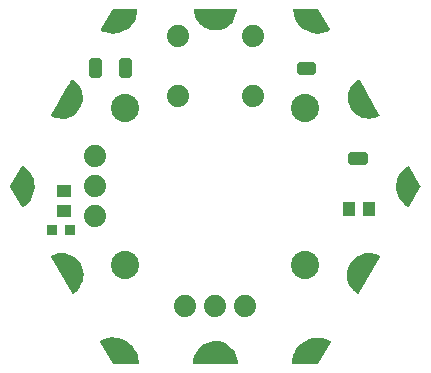
<source format=gbr>
G04 EAGLE Gerber RS-274X export*
G75*
%MOMM*%
%FSLAX34Y34*%
%LPD*%
%INSoldermask Top*%
%IPPOS*%
%AMOC8*
5,1,8,0,0,1.08239X$1,22.5*%
G01*
%ADD10R,0.901600X0.901600*%
%ADD11R,1.101600X1.201600*%
%ADD12R,1.201600X1.101600*%
%ADD13C,0.605878*%
%ADD14C,1.101597*%
%ADD15C,1.879600*%
%ADD16C,2.387600*%

G36*
X191639Y-500D02*
X191639Y-500D01*
X191719Y-494D01*
X191748Y-480D01*
X191780Y-475D01*
X191850Y-434D01*
X191923Y-400D01*
X191946Y-377D01*
X191974Y-361D01*
X192024Y-298D01*
X192081Y-242D01*
X192095Y-212D01*
X192115Y-187D01*
X192141Y-111D01*
X192174Y-37D01*
X192178Y-1D01*
X192187Y26D01*
X192186Y74D01*
X192194Y149D01*
X192124Y1679D01*
X192116Y1713D01*
X192115Y1759D01*
X191645Y4449D01*
X191632Y4483D01*
X191625Y4532D01*
X190705Y7432D01*
X190686Y7467D01*
X190668Y7522D01*
X189588Y9702D01*
X189562Y9737D01*
X189532Y9794D01*
X187712Y12284D01*
X187681Y12314D01*
X187644Y12363D01*
X185654Y14313D01*
X185625Y14333D01*
X185592Y14366D01*
X183712Y15786D01*
X183687Y15799D01*
X183659Y15822D01*
X181879Y16902D01*
X181845Y16915D01*
X181802Y16942D01*
X179702Y17852D01*
X179668Y17860D01*
X179625Y17880D01*
X176945Y18650D01*
X176904Y18654D01*
X176846Y18670D01*
X174366Y18970D01*
X174333Y18968D01*
X174290Y18974D01*
X171530Y18974D01*
X171484Y18966D01*
X171411Y18963D01*
X168741Y18453D01*
X168714Y18443D01*
X168676Y18437D01*
X166196Y17687D01*
X166156Y17667D01*
X166092Y17645D01*
X163282Y16215D01*
X163247Y16189D01*
X163190Y16158D01*
X160330Y14018D01*
X160297Y13982D01*
X160236Y13932D01*
X158126Y11562D01*
X158107Y11530D01*
X158073Y11492D01*
X156663Y9382D01*
X156647Y9347D01*
X156617Y9301D01*
X155287Y6491D01*
X155274Y6443D01*
X155242Y6364D01*
X154482Y3104D01*
X154481Y3080D01*
X154472Y3050D01*
X154338Y2117D01*
X154338Y2116D01*
X154102Y470D01*
X154103Y454D01*
X154098Y435D01*
X154078Y205D01*
X154087Y113D01*
X154089Y20D01*
X154097Y1D01*
X154099Y-19D01*
X154139Y-102D01*
X154173Y-188D01*
X154187Y-203D01*
X154195Y-221D01*
X154262Y-285D01*
X154325Y-354D01*
X154342Y-363D01*
X154357Y-377D01*
X154442Y-414D01*
X154524Y-456D01*
X154546Y-460D01*
X154562Y-467D01*
X154613Y-470D01*
X154709Y-484D01*
X191559Y-514D01*
X191639Y-500D01*
G37*
G36*
X52352Y58988D02*
X52352Y58988D01*
X52411Y58989D01*
X52471Y59012D01*
X52514Y59021D01*
X52543Y59039D01*
X52586Y59055D01*
X53166Y59375D01*
X53198Y59400D01*
X53249Y59429D01*
X55119Y60879D01*
X55145Y60908D01*
X55187Y60940D01*
X56737Y62550D01*
X56749Y62568D01*
X56769Y62586D01*
X58279Y64416D01*
X58301Y64454D01*
X58340Y64504D01*
X59780Y67014D01*
X59793Y67050D01*
X59820Y67096D01*
X60860Y69716D01*
X60868Y69757D01*
X60889Y69814D01*
X61499Y72584D01*
X61501Y72632D01*
X61514Y72708D01*
X61574Y75818D01*
X61569Y75848D01*
X61571Y75889D01*
X61321Y78549D01*
X61309Y78595D01*
X61298Y78670D01*
X60488Y81410D01*
X60469Y81447D01*
X60452Y81505D01*
X59102Y84315D01*
X59082Y84343D01*
X59062Y84385D01*
X57722Y86455D01*
X57693Y86487D01*
X57656Y86540D01*
X55886Y88460D01*
X55852Y88486D01*
X55808Y88531D01*
X53768Y90111D01*
X53742Y90125D01*
X53712Y90150D01*
X52182Y91090D01*
X52154Y91101D01*
X52120Y91124D01*
X49870Y92184D01*
X49833Y92194D01*
X49786Y92216D01*
X47896Y92796D01*
X47874Y92799D01*
X47849Y92809D01*
X45839Y93259D01*
X45811Y93260D01*
X45777Y93270D01*
X44057Y93480D01*
X44015Y93477D01*
X43956Y93484D01*
X41886Y93404D01*
X41859Y93398D01*
X41824Y93398D01*
X40134Y93168D01*
X40112Y93161D01*
X40081Y93159D01*
X38031Y92699D01*
X37995Y92684D01*
X37941Y92671D01*
X36031Y91931D01*
X36011Y91919D01*
X36006Y91917D01*
X36003Y91917D01*
X36002Y91916D01*
X35982Y91910D01*
X34285Y91080D01*
X34256Y91076D01*
X34192Y91053D01*
X34126Y91039D01*
X34087Y91015D01*
X34044Y91000D01*
X33993Y90957D01*
X33935Y90921D01*
X33907Y90885D01*
X33873Y90856D01*
X33839Y90797D01*
X33798Y90744D01*
X33784Y90700D01*
X33762Y90661D01*
X33751Y90594D01*
X33731Y90530D01*
X33733Y90484D01*
X33726Y90439D01*
X33739Y90373D01*
X33742Y90306D01*
X33762Y90257D01*
X33769Y90219D01*
X33790Y90185D01*
X33812Y90131D01*
X51732Y59291D01*
X51770Y59246D01*
X51800Y59196D01*
X51842Y59162D01*
X51877Y59120D01*
X51928Y59092D01*
X51974Y59055D01*
X52025Y59037D01*
X52073Y59011D01*
X52131Y59002D01*
X52186Y58983D01*
X52241Y58984D01*
X52294Y58976D01*
X52352Y58988D01*
G37*
G36*
X294197Y59041D02*
X294197Y59041D01*
X294221Y59040D01*
X294306Y59065D01*
X294393Y59084D01*
X294413Y59097D01*
X294436Y59104D01*
X294507Y59157D01*
X294582Y59205D01*
X294598Y59226D01*
X294615Y59239D01*
X294642Y59281D01*
X294699Y59352D01*
X312579Y90162D01*
X312609Y90246D01*
X312646Y90329D01*
X312647Y90351D01*
X312655Y90373D01*
X312654Y90463D01*
X312660Y90553D01*
X312654Y90574D01*
X312653Y90597D01*
X312621Y90681D01*
X312595Y90767D01*
X312582Y90786D01*
X312574Y90807D01*
X312514Y90874D01*
X312460Y90946D01*
X312439Y90960D01*
X312426Y90976D01*
X312382Y91000D01*
X312305Y91052D01*
X310995Y91682D01*
X310978Y91686D01*
X310960Y91697D01*
X309370Y92347D01*
X309345Y92352D01*
X309315Y92367D01*
X307745Y92847D01*
X307718Y92850D01*
X307685Y92862D01*
X305945Y93212D01*
X305920Y93212D01*
X305890Y93220D01*
X303990Y93430D01*
X303959Y93428D01*
X303920Y93434D01*
X302260Y93434D01*
X302229Y93429D01*
X302187Y93430D01*
X300127Y93190D01*
X300099Y93182D01*
X300061Y93179D01*
X298191Y92759D01*
X298159Y92745D01*
X298113Y92736D01*
X296163Y92026D01*
X296142Y92014D01*
X296112Y92005D01*
X294162Y91095D01*
X294129Y91072D01*
X294078Y91048D01*
X292158Y89768D01*
X292133Y89743D01*
X292092Y89717D01*
X290332Y88177D01*
X290319Y88160D01*
X290297Y88144D01*
X288827Y86644D01*
X288800Y86605D01*
X288751Y86550D01*
X287331Y84400D01*
X287316Y84364D01*
X287286Y84321D01*
X286286Y82201D01*
X286279Y82174D01*
X286262Y82143D01*
X285422Y79783D01*
X285417Y79748D01*
X285400Y79703D01*
X284840Y77083D01*
X284838Y77040D01*
X284826Y76978D01*
X284716Y74528D01*
X284722Y74490D01*
X284719Y74437D01*
X284999Y71647D01*
X285008Y71617D01*
X285008Y71590D01*
X285016Y71570D01*
X285023Y71528D01*
X285773Y69028D01*
X285785Y69002D01*
X285794Y68966D01*
X286664Y66876D01*
X286685Y66845D01*
X286704Y66797D01*
X288004Y64597D01*
X288030Y64567D01*
X288058Y64520D01*
X289898Y62260D01*
X289933Y62230D01*
X289978Y62178D01*
X290584Y61659D01*
X290600Y61621D01*
X290617Y61603D01*
X290626Y61586D01*
X290677Y61535D01*
X290725Y61482D01*
X292355Y60132D01*
X292378Y60119D01*
X292402Y60096D01*
X293792Y59146D01*
X293873Y59110D01*
X293951Y59068D01*
X293975Y59064D01*
X293997Y59055D01*
X294085Y59049D01*
X294174Y59036D01*
X294197Y59041D01*
G37*
G36*
X107581Y-484D02*
X107581Y-484D01*
X107662Y-470D01*
X107744Y-463D01*
X107772Y-450D01*
X107801Y-444D01*
X107872Y-402D01*
X107947Y-367D01*
X107968Y-346D01*
X107994Y-330D01*
X108046Y-266D01*
X108104Y-207D01*
X108117Y-179D01*
X108136Y-156D01*
X108162Y-78D01*
X108196Y-2D01*
X108199Y32D01*
X108207Y57D01*
X108206Y106D01*
X108213Y184D01*
X108093Y2394D01*
X108088Y2417D01*
X108088Y2447D01*
X107778Y4697D01*
X107769Y4725D01*
X107765Y4765D01*
X107265Y6755D01*
X107254Y6779D01*
X107248Y6812D01*
X106578Y8702D01*
X106565Y8725D01*
X106555Y8758D01*
X105645Y10708D01*
X105631Y10728D01*
X105620Y10756D01*
X104670Y12406D01*
X104649Y12431D01*
X104629Y12469D01*
X103229Y14349D01*
X103208Y14368D01*
X103187Y14399D01*
X101807Y15899D01*
X101785Y15916D01*
X101761Y15944D01*
X100411Y17144D01*
X100400Y17151D01*
X100388Y17164D01*
X99198Y18124D01*
X99166Y18141D01*
X99128Y18173D01*
X97608Y19093D01*
X97592Y19099D01*
X97574Y19112D01*
X96004Y19932D01*
X95982Y19939D01*
X95958Y19954D01*
X93938Y20814D01*
X93910Y20820D01*
X93874Y20837D01*
X91834Y21457D01*
X91806Y21460D01*
X91770Y21473D01*
X89340Y21943D01*
X89304Y21943D01*
X89256Y21953D01*
X86806Y22093D01*
X86781Y22090D01*
X86748Y22094D01*
X84738Y22024D01*
X84710Y22018D01*
X84672Y22018D01*
X82822Y21758D01*
X82797Y21750D01*
X82764Y21747D01*
X80994Y21327D01*
X80975Y21319D01*
X80949Y21315D01*
X79299Y20795D01*
X79279Y20784D01*
X79250Y20777D01*
X77540Y20077D01*
X77513Y20060D01*
X77475Y20046D01*
X75645Y19042D01*
X75596Y19017D01*
X75526Y18965D01*
X75452Y18918D01*
X75437Y18898D01*
X75417Y18883D01*
X75369Y18810D01*
X75316Y18740D01*
X75309Y18716D01*
X75295Y18695D01*
X75276Y18609D01*
X75250Y18525D01*
X75252Y18500D01*
X75246Y18476D01*
X75258Y18389D01*
X75263Y18301D01*
X75274Y18275D01*
X75277Y18253D01*
X75301Y18209D01*
X75334Y18128D01*
X86144Y-192D01*
X86150Y-200D01*
X86154Y-209D01*
X86223Y-285D01*
X86290Y-362D01*
X86299Y-367D01*
X86306Y-374D01*
X86397Y-421D01*
X86487Y-471D01*
X86496Y-472D01*
X86505Y-477D01*
X86691Y-504D01*
X107581Y-484D01*
G37*
G36*
X173634Y282009D02*
X173634Y282009D01*
X173661Y282007D01*
X174901Y282087D01*
X174920Y282092D01*
X174946Y282092D01*
X176556Y282312D01*
X176585Y282321D01*
X176625Y282325D01*
X178415Y282775D01*
X178441Y282787D01*
X178477Y282794D01*
X180237Y283434D01*
X180263Y283449D01*
X180301Y283462D01*
X182161Y284382D01*
X182189Y284402D01*
X182232Y284422D01*
X183912Y285542D01*
X183930Y285560D01*
X183959Y285577D01*
X185059Y286467D01*
X185076Y286487D01*
X185103Y286506D01*
X186363Y287736D01*
X186380Y287759D01*
X186407Y287784D01*
X187757Y289404D01*
X187776Y289437D01*
X187810Y289477D01*
X189080Y291537D01*
X189093Y291570D01*
X189119Y291611D01*
X190109Y293821D01*
X190119Y293860D01*
X190142Y293913D01*
X190832Y296433D01*
X190835Y296465D01*
X190842Y296491D01*
X190846Y296500D01*
X190845Y296501D01*
X190847Y296507D01*
X191157Y298597D01*
X191157Y298619D01*
X191163Y298647D01*
X191243Y299827D01*
X191233Y299914D01*
X191231Y300001D01*
X191221Y300024D01*
X191218Y300050D01*
X191179Y300128D01*
X191146Y300208D01*
X191129Y300228D01*
X191117Y300251D01*
X191054Y300310D01*
X190995Y300374D01*
X190972Y300386D01*
X190953Y300403D01*
X190873Y300437D01*
X190795Y300477D01*
X190767Y300481D01*
X190746Y300490D01*
X190696Y300491D01*
X190610Y300504D01*
X177561Y300504D01*
X164771Y300514D01*
X164770Y300514D01*
X155982Y300514D01*
X155936Y300518D01*
X155883Y300532D01*
X155825Y300527D01*
X155767Y300531D01*
X155714Y300516D01*
X155660Y300511D01*
X155607Y300486D01*
X155551Y300470D01*
X155507Y300437D01*
X155458Y300413D01*
X155417Y300371D01*
X155370Y300337D01*
X155333Y300284D01*
X155302Y300252D01*
X155289Y300221D01*
X155263Y300184D01*
X155253Y300164D01*
X155229Y300084D01*
X155213Y300046D01*
X155211Y300029D01*
X155193Y299974D01*
X155193Y299961D01*
X155189Y299948D01*
X155196Y299849D01*
X155199Y299749D01*
X155204Y299738D01*
X155205Y299725D01*
X155206Y299723D01*
X155337Y297689D01*
X155346Y297654D01*
X155348Y297606D01*
X155778Y295456D01*
X155789Y295428D01*
X155795Y295388D01*
X156305Y293778D01*
X156318Y293755D01*
X156326Y293722D01*
X157036Y292052D01*
X157055Y292024D01*
X157071Y291982D01*
X158281Y289892D01*
X158306Y289863D01*
X158333Y289816D01*
X159373Y288506D01*
X159387Y288493D01*
X159401Y288474D01*
X160791Y286944D01*
X160820Y286921D01*
X160854Y286883D01*
X162604Y285423D01*
X162635Y285405D01*
X162671Y285374D01*
X164141Y284444D01*
X164160Y284436D01*
X164181Y284421D01*
X165491Y283721D01*
X165517Y283712D01*
X165547Y283694D01*
X167117Y283044D01*
X167148Y283037D01*
X167187Y283020D01*
X169087Y282480D01*
X169114Y282477D01*
X169148Y282466D01*
X170878Y282156D01*
X170906Y282156D01*
X170942Y282148D01*
X172672Y282018D01*
X172691Y282019D01*
X172713Y282016D01*
X173613Y282006D01*
X173634Y282009D01*
G37*
G36*
X259732Y-502D02*
X259732Y-502D01*
X259744Y-504D01*
X259842Y-482D01*
X259941Y-465D01*
X259951Y-458D01*
X259963Y-456D01*
X260048Y-401D01*
X260134Y-351D01*
X260142Y-341D01*
X260152Y-334D01*
X260269Y-188D01*
X270779Y17972D01*
X270805Y18043D01*
X270838Y18111D01*
X270842Y18148D01*
X270855Y18183D01*
X270855Y18259D01*
X270863Y18334D01*
X270854Y18370D01*
X270853Y18408D01*
X270826Y18478D01*
X270808Y18551D01*
X270787Y18582D01*
X270773Y18617D01*
X270724Y18674D01*
X270681Y18736D01*
X270647Y18762D01*
X270625Y18786D01*
X270585Y18808D01*
X270531Y18848D01*
X269231Y19548D01*
X269212Y19555D01*
X269191Y19568D01*
X266971Y20568D01*
X266932Y20578D01*
X266882Y20601D01*
X264322Y21321D01*
X264297Y21323D01*
X264266Y21334D01*
X262276Y21704D01*
X262243Y21704D01*
X262200Y21713D01*
X259840Y21863D01*
X259815Y21860D01*
X259783Y21864D01*
X257523Y21804D01*
X257482Y21796D01*
X257423Y21793D01*
X254963Y21333D01*
X254942Y21325D01*
X254914Y21322D01*
X252154Y20572D01*
X252115Y20554D01*
X252056Y20537D01*
X249636Y19427D01*
X249607Y19407D01*
X249565Y19389D01*
X247555Y18139D01*
X247531Y18117D01*
X247495Y18096D01*
X245425Y16446D01*
X245406Y16425D01*
X245376Y16403D01*
X243446Y14513D01*
X243422Y14479D01*
X243378Y14435D01*
X241568Y11965D01*
X241552Y11930D01*
X241520Y11888D01*
X240190Y9388D01*
X240179Y9353D01*
X240155Y9310D01*
X239015Y6230D01*
X239008Y6191D01*
X238989Y6138D01*
X238319Y2888D01*
X238318Y2856D01*
X238308Y2813D01*
X238118Y563D01*
X238120Y540D01*
X238116Y510D01*
X238116Y140D01*
X238127Y75D01*
X238129Y10D01*
X238147Y-34D01*
X238155Y-81D01*
X238189Y-137D01*
X238213Y-198D01*
X238245Y-233D01*
X238270Y-274D01*
X238320Y-315D01*
X238365Y-364D01*
X238407Y-386D01*
X238444Y-415D01*
X238506Y-436D01*
X238564Y-466D01*
X238619Y-475D01*
X238656Y-487D01*
X238695Y-486D01*
X238750Y-494D01*
X259720Y-504D01*
X259732Y-502D01*
G37*
G36*
X45572Y207407D02*
X45572Y207407D01*
X45613Y207417D01*
X45672Y207422D01*
X48022Y207962D01*
X48051Y207974D01*
X48091Y207982D01*
X50271Y208752D01*
X50304Y208770D01*
X50352Y208787D01*
X52322Y209807D01*
X52350Y209828D01*
X52393Y209850D01*
X54243Y211140D01*
X54269Y211166D01*
X54310Y211194D01*
X55980Y212734D01*
X56002Y212763D01*
X56038Y212795D01*
X57918Y215065D01*
X57941Y215105D01*
X57983Y215160D01*
X59413Y217710D01*
X59414Y217711D01*
X59414Y217712D01*
X59428Y217753D01*
X59460Y217813D01*
X60330Y220333D01*
X60335Y220369D01*
X60352Y220416D01*
X60792Y222626D01*
X60793Y222660D01*
X60803Y222705D01*
X60953Y224835D01*
X60949Y224871D01*
X60953Y224920D01*
X60823Y226970D01*
X60817Y226995D01*
X60817Y227027D01*
X60587Y228507D01*
X60577Y228535D01*
X60573Y228573D01*
X60033Y230603D01*
X60018Y230635D01*
X60006Y230682D01*
X59206Y232622D01*
X59192Y232644D01*
X59181Y232676D01*
X58411Y234136D01*
X58389Y234164D01*
X58367Y234207D01*
X56927Y236237D01*
X56906Y236258D01*
X56884Y236291D01*
X55684Y237641D01*
X55655Y237664D01*
X55622Y237703D01*
X54192Y238923D01*
X54173Y238933D01*
X54154Y238952D01*
X52964Y239822D01*
X52952Y239828D01*
X52939Y239840D01*
X52089Y240400D01*
X52010Y240434D01*
X51934Y240474D01*
X51907Y240478D01*
X51883Y240488D01*
X51797Y240492D01*
X51711Y240504D01*
X51685Y240498D01*
X51659Y240499D01*
X51576Y240473D01*
X51492Y240454D01*
X51470Y240439D01*
X51445Y240431D01*
X51377Y240378D01*
X51305Y240331D01*
X51286Y240308D01*
X51268Y240293D01*
X51242Y240251D01*
X51189Y240184D01*
X49829Y237794D01*
X46229Y231464D01*
X46228Y231462D01*
X46227Y231461D01*
X40169Y220685D01*
X36790Y214817D01*
X36789Y214814D01*
X36787Y214811D01*
X34307Y210401D01*
X34292Y210357D01*
X34268Y210318D01*
X34255Y210252D01*
X34234Y210189D01*
X34235Y210143D01*
X34226Y210097D01*
X34237Y210031D01*
X34238Y209965D01*
X34255Y209922D01*
X34263Y209876D01*
X34296Y209818D01*
X34321Y209756D01*
X34352Y209722D01*
X34375Y209681D01*
X34426Y209639D01*
X34471Y209589D01*
X34512Y209568D01*
X34547Y209538D01*
X34626Y209508D01*
X34670Y209485D01*
X34693Y209482D01*
X34722Y209471D01*
X34726Y209470D01*
X35588Y209003D01*
X35617Y208993D01*
X35653Y208972D01*
X37913Y208062D01*
X37955Y208053D01*
X38011Y208031D01*
X40421Y207491D01*
X40454Y207490D01*
X40497Y207479D01*
X42917Y207239D01*
X42960Y207242D01*
X43022Y207237D01*
X45572Y207407D01*
G37*
G36*
X303378Y207272D02*
X303378Y207272D01*
X303436Y207268D01*
X305706Y207468D01*
X305735Y207476D01*
X305776Y207478D01*
X307806Y207888D01*
X307838Y207901D01*
X307884Y207909D01*
X309684Y208519D01*
X309707Y208532D01*
X309741Y208542D01*
X311821Y209482D01*
X311899Y209536D01*
X311980Y209585D01*
X311991Y209599D01*
X312006Y209609D01*
X312061Y209687D01*
X312119Y209761D01*
X312125Y209778D01*
X312135Y209793D01*
X312159Y209884D01*
X312188Y209974D01*
X312188Y209992D01*
X312192Y210010D01*
X312183Y210104D01*
X312179Y210198D01*
X312172Y210217D01*
X312170Y210233D01*
X312148Y210278D01*
X312112Y210373D01*
X295222Y240143D01*
X295184Y240189D01*
X295154Y240240D01*
X295112Y240274D01*
X295078Y240315D01*
X295026Y240345D01*
X294980Y240383D01*
X294930Y240401D01*
X294884Y240427D01*
X294825Y240437D01*
X294768Y240457D01*
X294715Y240455D01*
X294662Y240464D01*
X294604Y240453D01*
X294544Y240452D01*
X294494Y240432D01*
X294442Y240422D01*
X294391Y240391D01*
X294336Y240369D01*
X294287Y240328D01*
X294250Y240305D01*
X294229Y240278D01*
X294193Y240248D01*
X294190Y240245D01*
X293409Y239787D01*
X293387Y239768D01*
X293352Y239750D01*
X292232Y238920D01*
X292218Y238904D01*
X292195Y238889D01*
X290615Y237519D01*
X290593Y237493D01*
X290557Y237463D01*
X289447Y236223D01*
X289434Y236201D01*
X289409Y236176D01*
X288289Y234656D01*
X288274Y234625D01*
X288245Y234587D01*
X287165Y232637D01*
X287154Y232603D01*
X287129Y232561D01*
X286359Y230591D01*
X286354Y230562D01*
X286338Y230526D01*
X285818Y228606D01*
X285815Y228572D01*
X285802Y228528D01*
X285432Y225898D01*
X285434Y225854D01*
X285426Y225790D01*
X285486Y223910D01*
X285491Y223885D01*
X285490Y223853D01*
X285740Y221803D01*
X285751Y221769D01*
X285756Y221720D01*
X286296Y219650D01*
X286309Y219623D01*
X286317Y219584D01*
X286987Y217824D01*
X287006Y217794D01*
X287022Y217748D01*
X288202Y215568D01*
X288225Y215540D01*
X288248Y215496D01*
X289918Y213206D01*
X289954Y213171D01*
X290015Y213101D01*
X292865Y210631D01*
X292899Y210610D01*
X292941Y210574D01*
X295141Y209184D01*
X295184Y209167D01*
X295244Y209131D01*
X297634Y208171D01*
X297666Y208165D01*
X297707Y208147D01*
X300147Y207497D01*
X300194Y207493D01*
X300267Y207477D01*
X303337Y207267D01*
X303378Y207272D01*
G37*
G36*
X87674Y279320D02*
X87674Y279320D01*
X87706Y279318D01*
X89406Y279468D01*
X89433Y279476D01*
X89471Y279477D01*
X91021Y279777D01*
X91037Y279784D01*
X91060Y279786D01*
X93360Y280386D01*
X93393Y280402D01*
X93442Y280414D01*
X95142Y281114D01*
X95159Y281125D01*
X95184Y281133D01*
X96884Y281983D01*
X96913Y282005D01*
X96958Y282026D01*
X99008Y283426D01*
X99024Y283442D01*
X99048Y283456D01*
X100598Y284706D01*
X100618Y284729D01*
X100648Y284752D01*
X101948Y286052D01*
X101969Y286081D01*
X102004Y286115D01*
X103454Y288015D01*
X103465Y288037D01*
X103486Y288060D01*
X104786Y290110D01*
X104799Y290144D01*
X104826Y290185D01*
X105676Y292035D01*
X105682Y292058D01*
X105697Y292085D01*
X106347Y293885D01*
X106352Y293918D01*
X106369Y293961D01*
X106819Y295961D01*
X106820Y295983D01*
X106828Y296010D01*
X107078Y297760D01*
X107077Y297783D01*
X107083Y297812D01*
X107182Y299436D01*
X107227Y299757D01*
X107237Y299787D01*
X107236Y299844D01*
X107244Y299901D01*
X107232Y299956D01*
X107231Y300011D01*
X107209Y300064D01*
X107197Y300121D01*
X107167Y300168D01*
X107146Y300219D01*
X107107Y300261D01*
X107076Y300310D01*
X107032Y300343D01*
X106995Y300384D01*
X106943Y300411D01*
X106897Y300445D01*
X106844Y300461D01*
X106795Y300487D01*
X106726Y300497D01*
X106682Y300510D01*
X106651Y300508D01*
X106610Y300514D01*
X86760Y300504D01*
X86746Y300502D01*
X86732Y300504D01*
X86636Y300482D01*
X86539Y300464D01*
X86527Y300457D01*
X86513Y300454D01*
X86431Y300401D01*
X86346Y300350D01*
X86337Y300340D01*
X86325Y300332D01*
X86209Y300185D01*
X76299Y282845D01*
X76280Y282789D01*
X76251Y282737D01*
X76242Y282684D01*
X76224Y282633D01*
X76225Y282574D01*
X76216Y282516D01*
X76227Y282463D01*
X76227Y282409D01*
X76249Y282354D01*
X76261Y282296D01*
X76289Y282250D01*
X76309Y282200D01*
X76348Y282155D01*
X76379Y282105D01*
X76428Y282065D01*
X76457Y282032D01*
X76488Y282016D01*
X76524Y281986D01*
X76574Y281956D01*
X76599Y281946D01*
X76629Y281927D01*
X78529Y281027D01*
X78548Y281022D01*
X78570Y281009D01*
X80370Y280309D01*
X80397Y280304D01*
X80430Y280289D01*
X82230Y279789D01*
X82256Y279787D01*
X82287Y279776D01*
X83937Y279476D01*
X83961Y279476D01*
X83993Y279468D01*
X85643Y279318D01*
X85668Y279321D01*
X85700Y279316D01*
X87650Y279316D01*
X87674Y279320D01*
G37*
G36*
X260725Y279340D02*
X260725Y279340D01*
X260757Y279338D01*
X262407Y279488D01*
X262431Y279495D01*
X262463Y279496D01*
X264113Y279796D01*
X264137Y279805D01*
X264170Y279809D01*
X265970Y280309D01*
X265995Y280321D01*
X266030Y280329D01*
X267830Y281029D01*
X267847Y281039D01*
X267872Y281047D01*
X269772Y281947D01*
X269794Y281963D01*
X269826Y281976D01*
X269876Y282006D01*
X269921Y282045D01*
X269971Y282076D01*
X270005Y282118D01*
X270045Y282154D01*
X270073Y282206D01*
X270110Y282252D01*
X270127Y282304D01*
X270152Y282351D01*
X270161Y282409D01*
X270179Y282466D01*
X270176Y282520D01*
X270184Y282573D01*
X270171Y282631D01*
X270169Y282690D01*
X270145Y282750D01*
X270136Y282792D01*
X270117Y282822D01*
X270101Y282865D01*
X260191Y300205D01*
X260182Y300215D01*
X260177Y300228D01*
X260110Y300301D01*
X260047Y300377D01*
X260035Y300384D01*
X260025Y300394D01*
X259938Y300439D01*
X259852Y300488D01*
X259838Y300490D01*
X259826Y300496D01*
X259640Y300524D01*
X239790Y300534D01*
X239736Y300525D01*
X239681Y300525D01*
X239626Y300505D01*
X239569Y300495D01*
X239522Y300467D01*
X239470Y300448D01*
X239426Y300410D01*
X239376Y300381D01*
X239341Y300338D01*
X239299Y300302D01*
X239271Y300251D01*
X239235Y300207D01*
X239217Y300154D01*
X239190Y300106D01*
X239181Y300049D01*
X239163Y299994D01*
X239164Y299939D01*
X239156Y299884D01*
X239168Y299816D01*
X239169Y299770D01*
X239176Y299753D01*
X239218Y299456D01*
X239317Y297832D01*
X239322Y297809D01*
X239322Y297780D01*
X239572Y296030D01*
X239579Y296009D01*
X239581Y295981D01*
X240031Y293981D01*
X240044Y293949D01*
X240053Y293905D01*
X240703Y292105D01*
X240715Y292084D01*
X240724Y292055D01*
X241574Y290205D01*
X241594Y290175D01*
X241614Y290130D01*
X242914Y288080D01*
X242931Y288062D01*
X242946Y288035D01*
X244396Y286135D01*
X244422Y286111D01*
X244452Y286072D01*
X245752Y284772D01*
X245776Y284755D01*
X245802Y284726D01*
X247352Y283476D01*
X247372Y283466D01*
X247392Y283446D01*
X249442Y282046D01*
X249476Y282031D01*
X249516Y282003D01*
X251216Y281153D01*
X251236Y281147D01*
X251259Y281134D01*
X252959Y280434D01*
X252994Y280426D01*
X253040Y280406D01*
X255340Y279806D01*
X255358Y279805D01*
X255379Y279797D01*
X256929Y279497D01*
X256958Y279497D01*
X256994Y279488D01*
X258694Y279338D01*
X258719Y279340D01*
X258750Y279336D01*
X260700Y279336D01*
X260725Y279340D01*
G37*
G36*
X336705Y132562D02*
X336705Y132562D01*
X336732Y132561D01*
X336813Y132587D01*
X336897Y132606D01*
X336920Y132621D01*
X336946Y132629D01*
X337013Y132681D01*
X337085Y132728D01*
X337104Y132752D01*
X337123Y132767D01*
X337149Y132809D01*
X337201Y132875D01*
X346791Y149655D01*
X346793Y149662D01*
X346797Y149667D01*
X346831Y149768D01*
X346866Y149867D01*
X346866Y149874D01*
X346868Y149880D01*
X346864Y149986D01*
X346863Y150091D01*
X346860Y150098D01*
X346860Y150104D01*
X346793Y150280D01*
X337431Y167008D01*
X337431Y167021D01*
X337409Y167075D01*
X337396Y167132D01*
X337367Y167178D01*
X337346Y167228D01*
X337307Y167271D01*
X337276Y167321D01*
X337232Y167354D01*
X337195Y167394D01*
X337143Y167421D01*
X337096Y167456D01*
X337044Y167472D01*
X336995Y167497D01*
X336926Y167507D01*
X336881Y167520D01*
X336850Y167518D01*
X336810Y167524D01*
X336770Y167524D01*
X336768Y167524D01*
X336766Y167524D01*
X336671Y167507D01*
X336658Y167506D01*
X336651Y167503D01*
X336549Y167485D01*
X336547Y167484D01*
X336545Y167483D01*
X336451Y167426D01*
X336356Y167370D01*
X336355Y167369D01*
X336353Y167368D01*
X336334Y167344D01*
X335114Y166614D01*
X335095Y166598D01*
X335067Y166583D01*
X333447Y165403D01*
X333434Y165389D01*
X333423Y165383D01*
X333417Y165375D01*
X333395Y165361D01*
X332145Y164231D01*
X332125Y164205D01*
X332092Y164177D01*
X330652Y162527D01*
X330644Y162514D01*
X330631Y162501D01*
X329731Y161351D01*
X329714Y161320D01*
X329685Y161284D01*
X328585Y159434D01*
X328576Y159411D01*
X328559Y159386D01*
X327859Y157936D01*
X327853Y157914D01*
X327839Y157889D01*
X327079Y155929D01*
X327073Y155898D01*
X327056Y155860D01*
X326626Y154210D01*
X326624Y154177D01*
X326611Y154135D01*
X326241Y151385D01*
X326243Y151351D01*
X326236Y151306D01*
X326216Y149346D01*
X326221Y149316D01*
X326219Y149276D01*
X326449Y147026D01*
X326457Y146998D01*
X326459Y146959D01*
X326909Y144819D01*
X326921Y144791D01*
X326928Y144751D01*
X327608Y142691D01*
X327624Y142660D01*
X327638Y142615D01*
X328658Y140495D01*
X328673Y140475D01*
X328685Y140446D01*
X329855Y138476D01*
X329882Y138445D01*
X329913Y138394D01*
X331563Y136414D01*
X331588Y136392D01*
X331616Y136357D01*
X333216Y134857D01*
X333240Y134842D01*
X333265Y134816D01*
X334745Y133686D01*
X334763Y133677D01*
X334781Y133660D01*
X336301Y132660D01*
X336380Y132627D01*
X336455Y132586D01*
X336482Y132583D01*
X336508Y132572D01*
X336593Y132568D01*
X336678Y132556D01*
X336705Y132562D01*
G37*
G36*
X9842Y132552D02*
X9842Y132552D01*
X9925Y132560D01*
X9955Y132574D01*
X9980Y132579D01*
X10022Y132605D01*
X10096Y132638D01*
X11526Y133568D01*
X11549Y133590D01*
X11586Y133612D01*
X13726Y135392D01*
X13743Y135413D01*
X13771Y135434D01*
X15321Y137004D01*
X15338Y137029D01*
X15367Y137056D01*
X16697Y138736D01*
X16718Y138775D01*
X16756Y138824D01*
X16966Y139206D01*
X17314Y139840D01*
X17314Y139841D01*
X17663Y140475D01*
X17916Y140934D01*
X17923Y140955D01*
X17937Y140977D01*
X19047Y143417D01*
X19058Y143458D01*
X19082Y143513D01*
X19832Y146253D01*
X19836Y146299D01*
X19852Y146371D01*
X20122Y149821D01*
X20119Y149852D01*
X20124Y149894D01*
X20024Y152564D01*
X20014Y152611D01*
X20007Y152687D01*
X19247Y155887D01*
X19232Y155921D01*
X19221Y155970D01*
X18171Y158670D01*
X18150Y158705D01*
X18128Y158760D01*
X16698Y161210D01*
X16671Y161241D01*
X16641Y161291D01*
X14411Y164021D01*
X14379Y164049D01*
X14341Y164095D01*
X12501Y165725D01*
X12470Y165744D01*
X12433Y165777D01*
X10238Y167250D01*
X10152Y167321D01*
X10146Y167324D01*
X10142Y167328D01*
X10049Y167378D01*
X9956Y167430D01*
X9950Y167431D01*
X9944Y167434D01*
X9839Y167448D01*
X9734Y167464D01*
X9728Y167463D01*
X9722Y167464D01*
X9619Y167440D01*
X9514Y167419D01*
X9509Y167416D01*
X9503Y167414D01*
X9415Y167357D01*
X9324Y167300D01*
X9320Y167295D01*
X9315Y167292D01*
X9199Y167145D01*
X-411Y150315D01*
X-414Y150306D01*
X-420Y150298D01*
X-452Y150200D01*
X-486Y150103D01*
X-486Y150094D01*
X-489Y150084D01*
X-484Y149981D01*
X-483Y149879D01*
X-479Y149870D01*
X-479Y149860D01*
X-411Y149686D01*
X9199Y132856D01*
X9253Y132791D01*
X9301Y132722D01*
X9325Y132706D01*
X9343Y132683D01*
X9416Y132642D01*
X9485Y132594D01*
X9513Y132587D01*
X9538Y132572D01*
X9621Y132559D01*
X9702Y132538D01*
X9731Y132541D01*
X9759Y132536D01*
X9842Y132552D01*
G37*
D10*
X49890Y113170D03*
X34890Y113170D03*
D11*
X286321Y130950D03*
X303321Y130950D03*
D12*
X45312Y128800D03*
X45312Y145800D03*
D13*
X74079Y245105D02*
X74079Y256063D01*
X74079Y245105D02*
X69121Y245105D01*
X69121Y256063D01*
X74079Y256063D01*
X74079Y250861D02*
X69121Y250861D01*
X94521Y256063D02*
X94521Y245105D01*
X94521Y256063D02*
X99479Y256063D01*
X99479Y245105D01*
X94521Y245105D01*
X94521Y250861D02*
X99479Y250861D01*
X244429Y247597D02*
X255387Y247597D01*
X244429Y247597D02*
X244429Y252555D01*
X255387Y252555D01*
X255387Y247597D01*
X288371Y171651D02*
X299329Y171651D01*
X288371Y171651D02*
X288371Y176609D01*
X299329Y176609D01*
X299329Y171651D01*
D14*
X296500Y220800D03*
X296500Y78800D03*
X336500Y149800D03*
X255500Y7800D03*
X173500Y7800D03*
X91500Y7800D03*
X49500Y78800D03*
X9500Y149800D03*
X50500Y220800D03*
X91500Y291800D03*
X173500Y291800D03*
X255500Y292800D03*
D15*
X141450Y277000D03*
X204950Y277000D03*
X141450Y226200D03*
X204950Y226200D03*
X147800Y48400D03*
X173200Y48400D03*
X198600Y48400D03*
D16*
X97000Y216675D03*
X97000Y83325D03*
X249400Y83325D03*
X249400Y216675D03*
D15*
X71600Y175400D03*
X71600Y150000D03*
X71600Y124600D03*
M02*

</source>
